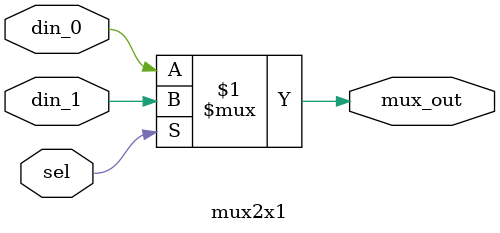
<source format=v>
`timescale 1ns / 1ps
module  mux2x1(
din_0      , // Mux first input
din_1      , // Mux Second input
sel        , // Select input
mux_out      // Mux output
);
//-----------Input Ports---------------
input din_0, din_1, sel ;
//-----------Output Ports---------------
output mux_out;
//------------Internal Variables--------
wire  mux_out;
//-------------Code Start-----------------
assign mux_out = (sel) ? din_1 : din_0;

endmodule //End Of Module mux
</source>
